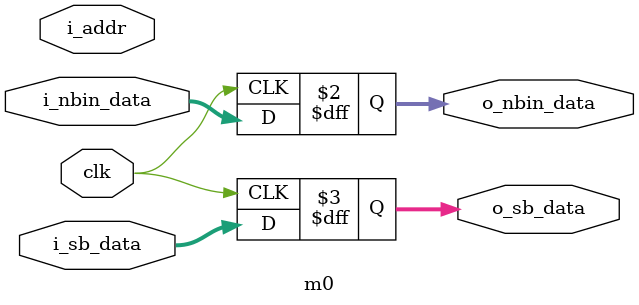
<source format=v>


module m0 (
        clk,
        i_nbin_data,
        i_sb_data,
        i_addr,
        o_nbin_data,
        o_sb_data
    );

    parameter N         = 16;
    parameter Tn        = 16;
    parameter ADDR_SIZE = 4;

    input                   clk;
    input [Tn*N-1:0]        i_nbin_data;
    input [Tn*Tn*N-1:0]     i_sb_data;
    input [ADDR_SIZE-1:0]   i_addr;

    output reg [Tn*N-1:0]       o_nbin_data;
    output reg [Tn*Tn*N-1:0]    o_sb_data;

    // FIXME: Replace with SRAM 
    always @(posedge clk) begin     
        o_nbin_data <= i_nbin_data;
        o_sb_data   <= i_sb_data;
    end

endmodule

</source>
